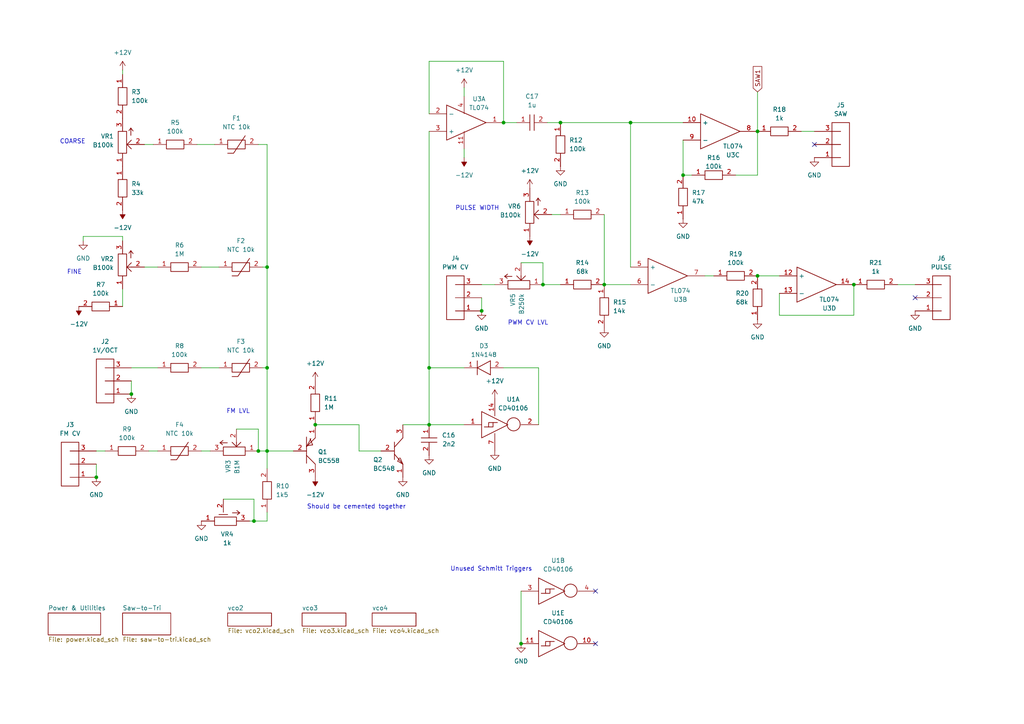
<source format=kicad_sch>
(kicad_sch (version 20250114) (generator "eeschema") (generator_version "9.0")
  (paper "A4")
  (lib_symbols
    (symbol "V_Connector:CONN_3"
      (property "Reference" "J" (at -5.08 11.43 0))
      (property "Value" "CONN_3" (at -5.08 8.89 0))
      (symbol "CONN_3_0_0"
        (rectangle (start 0 6.35) (end 5.08 -6.35) (stroke (width 0.2032)))
      )
      (symbol "CONN_3_1_0"
        (pin unspecified line (at -5.08 3.81 0) (length 7.62) (name "~") (number "1"))
        (pin unspecified line (at -5.08 0 0) (length 7.62) (name "~") (number "2"))
        (pin unspecified line (at -5.08 -3.81 0) (length 7.62) (name "~") (number "3"))
      )
    )
    (symbol "V_Diode:1N4148"
      (property "Reference" "D" (at -1.905 10.795 0))
      (property "Value" "1N4148" (at -1.905 8.255 0))
      (symbol "1N4148_0_0"
        (polyline (pts (xy -2.032 2.54) (xy 2.032 2.54)) (stroke (width 0.2032)))
        (polyline (pts (xy -2.032 -1.27) (xy 2.032 -1.27)) (stroke (width 0.2032)))
        (polyline (pts (xy 0 -1.27) (xy -2.032 2.54)) (stroke (width 0.2032)))
        (polyline (pts (xy 2.032 2.54) (xy 0 -1.27)) (stroke (width 0.2032)))
      )
      (symbol "1N4148_1_0"
        (pin unspecified line (at 0 6.35 270) (length 3.81) (name "~") (number "2"))
        (pin unspecified line (at 0 -5.08 90) (length 3.81) (name "~") (number "1"))
      )
    )
    (symbol "V_Linear:TL074,_TL084,_LF347_ETC"
      (property "Reference" "U" (at -10.795 12.7 0))
      (property "Value" "TL074,_TL084,_LF347_ETC" (at -10.795 10.16 0))
      (symbol "TL074,_TL084,_LF347_ETC_0_0"
        (polyline (pts (xy -6.35 5.08) (xy 5.08 0) (xy -6.35 -5.08) (xy -6.35 5.08)) (stroke (width 0.2032)))
      )
      (symbol "TL074,_TL084,_LF347_ETC_1_0"
        (pin unspecified line (at -11.43 2.54 0) (length 5.08) (name "-") (number "2"))
        (pin unspecified line (at -11.43 -2.54 0) (length 5.08) (name "+") (number "3"))
        (pin power_in line (at -1.27 7.62 270) (length 5.08) (name "~") (number "4"))
        (pin power_in line (at -1.27 -7.62 90) (length 5.08) (name "~") (number "11"))
        (pin unspecified line (at 10.16 0 180) (length 5.08) (name "~") (number "1"))
      )
      (symbol "TL074,_TL084,_LF347_ETC_2_0"
        (pin unspecified line (at -11.43 2.54 0) (length 5.08) (name "-") (number "6"))
        (pin unspecified line (at -11.43 -2.54 0) (length 5.08) (name "+") (number "5"))
        (pin unspecified line (at 10.16 0 180) (length 5.08) (name "~") (number "7"))
      )
      (symbol "TL074,_TL084,_LF347_ETC_3_0"
        (pin unspecified line (at -11.43 2.54 0) (length 5.08) (name "-") (number "9"))
        (pin unspecified line (at -11.43 -2.54 0) (length 5.08) (name "+") (number "10"))
        (pin unspecified line (at 10.16 0 180) (length 5.08) (name "~") (number "8"))
      )
      (symbol "TL074,_TL084,_LF347_ETC_4_0"
        (pin unspecified line (at -11.43 2.54 0) (length 5.08) (name "-") (number "13"))
        (pin unspecified line (at -11.43 -2.54 0) (length 5.08) (name "+") (number "12"))
        (pin unspecified line (at 10.16 0 180) (length 5.08) (name "~") (number "14"))
      )
    )
    (symbol "V_Logic:CD40106"
      (property "Reference" "U" (at -10.795 12.7 0))
      (property "Value" "CD40106" (at -10.795 10.16 0))
      (symbol "CD40106_0_0"
        (polyline (pts (xy -6.35 3.81) (xy -6.35 -3.81) (xy 1.27 0) (xy -6.35 3.81)) (stroke (width 0.2032)))
        (polyline (pts (xy -4.318 -0.635) (xy -4.318 0.635) (xy -1.778 0.635)) (stroke (width 0.2032)))
        (polyline (pts (xy -3.048 0.635) (xy -3.048 -0.635) (xy -5.588 -0.635)) (stroke (width 0.2032)))
        (circle (center 2.921 0.127) (radius 1.905) (stroke (width 0.2032)))
      )
      (symbol "CD40106_1_0"
        (pin unspecified line (at -11.43 0 0) (length 5.08) (name "~") (number "1"))
        (pin unspecified line (at -2.54 7.62 270) (length 5.08) (name "~") (number "14"))
        (pin unspecified line (at -2.54 -7.62 90) (length 5.08) (name "~") (number "7"))
        (pin unspecified line (at 10.16 0 180) (length 5.08) (name "~") (number "2"))
      )
      (symbol "CD40106_2_0"
        (pin unspecified line (at -11.43 0 0) (length 5.08) (name "~") (number "3"))
        (pin unspecified line (at 10.16 0 180) (length 5.08) (name "~") (number "4"))
      )
      (symbol "CD40106_3_0"
        (pin unspecified line (at -11.43 0 0) (length 5.08) (name "~") (number "5"))
        (pin unspecified line (at 10.16 0 180) (length 5.08) (name "~") (number "6"))
      )
      (symbol "CD40106_4_0"
        (pin unspecified line (at -11.43 0 0) (length 5.08) (name "~") (number "9"))
        (pin unspecified line (at 10.16 0 180) (length 5.08) (name "~") (number "8"))
      )
      (symbol "CD40106_5_0"
        (pin unspecified line (at -11.43 0 0) (length 5.08) (name "~") (number "11"))
        (pin unspecified line (at 10.16 0 180) (length 5.08) (name "~") (number "10"))
      )
      (symbol "CD40106_6_0"
        (pin unspecified line (at -11.43 0 0) (length 5.08) (name "~") (number "13"))
        (pin unspecified line (at 10.16 0 180) (length 5.08) (name "~") (number "12"))
      )
    )
    (symbol "V_Passive:C"
      (property "Reference" "C" (at -2.54 9.525 0))
      (property "Value" "C" (at -2.54 6.985 0))
      (symbol "C_0_0"
        (polyline (pts (xy -2.286 1.27) (xy 2.286 1.27)) (stroke (width 0.2032)))
        (polyline (pts (xy -2.286 0) (xy 2.286 0)) (stroke (width 0.2032)))
      )
      (symbol "C_1_0"
        (pin unspecified line (at 0 5.08 270) (length 3.81) (name "~") (number "1"))
        (pin unspecified line (at 0 -3.81 90) (length 3.81) (name "~") (number "2"))
      )
    )
    (symbol "V_Passive:MOV"
      (property "Reference" "F" (at -2.54 11.43 0))
      (property "Value" "MOV" (at -2.54 8.89 0))
      (symbol "MOV_0_0"
        (polyline (pts (xy -2.54 2.54) (xy -2.54 0.8382) (xy 2.54 -2.54)) (stroke (width 0.2032)))
        (rectangle (start -1.27 2.54) (end 1.27 -2.54) (stroke (width 0.2032)))
      )
      (symbol "MOV_1_0"
        (pin unspecified line (at 0 6.35 270) (length 3.81) (name "~") (number "1"))
        (pin unspecified line (at 0 -6.35 90) (length 3.81) (name "~") (number "2"))
      )
    )
    (symbol "V_Passive:R"
      (property "Reference" "R" (at -1.27 11.43 0))
      (property "Value" "R" (at -1.27 8.89 0))
      (symbol "R_0_0"
        (rectangle (start -1.27 2.54) (end 1.27 -2.54) (stroke (width 0.2032)))
      )
      (symbol "R_1_0"
        (pin unspecified line (at 0 6.35 270) (length 3.81) (name "~") (number "1"))
        (pin unspecified line (at 0 -6.35 90) (length 3.81) (name "~") (number "2"))
      )
    )
    (symbol "V_Passive:RT"
      (property "Reference" "VR" (at -3.81 12.065 0))
      (property "Value" "RT" (at -3.81 9.525 0))
      (symbol "RT_0_0"
        (polyline (pts (xy 0.1524 4.7752) (xy 0.7112 4.0132)) (stroke (width 0.2032)))
        (polyline (pts (xy 0.1524 2.6416) (xy 0.1524 4.7752) (xy -0.508 3.9116)) (stroke (width 0.2032)))
        (polyline (pts (xy 0.6604 -1.27) (xy 0.6604 1.27)) (stroke (width 0.2032)))
        (rectangle (start 1.3716 3.81) (end 3.81 -2.54) (stroke (width 0.2032)))
      )
      (symbol "RT_1_0"
        (pin unspecified line (at -3.81 0 0) (length 3.81) (name "~") (number "2"))
        (pin unspecified line (at 2.54 7.62 270) (length 3.81) (name "~") (number "3"))
        (pin unspecified line (at 2.54 -6.35 90) (length 3.81) (name "~") (number "1"))
      )
    )
    (symbol "V_Passive:RV"
      (property "Reference" "VR" (at -3.81 12.065 0))
      (property "Value" "RV" (at -3.81 9.525 0))
      (symbol "RV_0_0"
        (polyline (pts (xy 0 1.27) (xy 1.27 0) (xy 0 -1.27)) (stroke (width 0.2032)))
        (polyline (pts (xy 0 0) (xy 1.27 0)) (stroke (width 0.2032)))
        (polyline (pts (xy 0.1524 4.7752) (xy 0.7112 4.0132)) (stroke (width 0.2032)))
        (polyline (pts (xy 0.1524 2.6416) (xy 0.1524 4.7752) (xy -0.508 3.9116)) (stroke (width 0.2032)))
        (rectangle (start 1.3716 3.81) (end 3.81 -2.54) (stroke (width 0.2032)))
      )
      (symbol "RV_1_0"
        (pin unspecified line (at -3.81 0 0) (length 3.81) (name "~") (number "2"))
        (pin unspecified line (at 2.54 7.62 270) (length 3.81) (name "~") (number "3"))
        (pin unspecified line (at 2.54 -6.35 90) (length 3.81) (name "~") (number "1"))
      )
    )
    (symbol "V_Transistor:BC547{brace}slash}BC548{brace}slash}BC549"
      (property "Reference" "Q" (at -7.62 8.255 0))
      (property "Value" "BC547{brace}slash}BC548{brace}slash}BC549" (at -7.62 5.715 0))
      (symbol "BC547{brace}slash}BC548{brace}slash}BC549_0_0"
        (polyline (pts (xy -2.5908 1.3716) (xy 2.4892 1.3716)) (stroke (width 0.2032)))
        (polyline (pts (xy -1.1684 1.4224) (xy -3.81 3.81)) (stroke (width 0.2032)))
        (polyline (pts (xy 0.9652 1.4224) (xy 3.81 3.81)) (stroke (width 0.2032)))
        (polyline (pts (xy 2.032 3.048) (xy 3.81 3.81)) (stroke (width 0.2032)))
        (polyline (pts (xy 2.032 2.794) (xy 3.048 2.286)) (stroke (width 0.2032)))
        (polyline (pts (xy 3.048 2.54) (xy 3.81 3.81)) (stroke (width 0.2032)))
      )
      (symbol "BC547{brace}slash}BC548{brace}slash}BC549_1_0"
        (pin unspecified line (at -7.62 3.81 0) (length 3.81) (name "~") (number "3"))
        (pin unspecified line (at 0 -2.54 90) (length 3.81) (name "~") (number "2"))
        (pin unspecified line (at 7.62 3.81 180) (length 3.81) (name "~") (number "1"))
      )
    )
    (symbol "V_Transistor:BC557{brace}slash}BC558{brace}slash}BC559"
      (property "Reference" "Q" (at -7.62 8.255 0))
      (property "Value" "BC557{brace}slash}BC558{brace}slash}BC559" (at -7.62 5.715 0))
      (symbol "BC557{brace}slash}BC558{brace}slash}BC559_0_0"
        (polyline (pts (xy -3.556 1.27) (xy 4.064 1.27)) (stroke (width 0.2032)))
        (polyline (pts (xy -1.27 1.27) (xy -3.81 3.81)) (stroke (width 0.2032)))
        (polyline (pts (xy 1.27 1.27) (xy 3.81 3.81)) (stroke (width 0.2032)))
        (polyline (pts (xy 1.778 3.048) (xy 1.524 1.27)) (stroke (width 0.2032)))
        (polyline (pts (xy 1.778 3.048) (xy 3.556 2.286)) (stroke (width 0.2032)))
        (polyline (pts (xy 3.556 2.54) (xy 1.27 1.27)) (stroke (width 0.2032)))
      )
      (symbol "BC557{brace}slash}BC558{brace}slash}BC559_1_0"
        (pin unspecified line (at -7.62 3.81 0) (length 3.81) (name "~") (number "3"))
        (pin unspecified line (at 0 -2.54 90) (length 3.81) (name "~") (number "2"))
        (pin unspecified line (at 7.62 3.81 180) (length 3.81) (name "~") (number "1"))
      )
    )
    (symbol "power:+15V" (power) (pin_numbers (hide yes)) (pin_names (offset 0) (hide yes))
      (property "Value" "+15V" (at 0 3.556 0))
      (symbol "+15V_0_1"
        (polyline (pts (xy -0.762 1.27) (xy 0 2.54)))
        (polyline (pts (xy 0 2.54) (xy 0.762 1.27)))
        (polyline (pts (xy 0 0) (xy 0 2.54)))
      )
      (symbol "+15V_1_1"
        (pin power_in line (at 0 0 90) (length 0) (name "~") (number "1"))
      )
    )
    (symbol "power:-15V" (power) (pin_numbers (hide yes)) (pin_names (offset 0) (hide yes))
      (property "Value" "-15V" (at 0 3.556 0))
      (symbol "-15V_0_0"
        (pin power_in line (at 0 0 90) (length 0) (name "~") (number "1"))
      )
      (symbol "-15V_0_1"
        (polyline (pts (xy 0 0) (xy 0 1.27) (xy 0.762 1.27) (xy 0 2.54) (xy -0.762 1.27) (xy 0 1.27)) (fill (type outline)))
      )
    )
    (symbol "power:GND" (power) (pin_numbers (hide yes)) (pin_names (offset 0) (hide yes))
      (property "Value" "GND" (at 0 -3.81 0))
      (symbol "GND_0_1"
        (polyline (pts (xy 0 0) (xy 0 -1.27) (xy 1.27 -1.27) (xy 0 -2.54) (xy -1.27 -1.27) (xy 0 -1.27)))
      )
      (symbol "GND_1_1"
        (pin power_in line (at 0 0 270) (length 0) (name "~") (number "1"))
      )
    )
  )
  (text "FINE" (at 21.59 78.994 0) (effects (font (size 1.27 1.27))))
  (text "COARSE\n" (at 21.082 41.148 0) (effects (font (size 1.27 1.27))))
  (text "FM LVL" (at 69.088 119.38 0) (effects (font (size 1.27 1.27))))
  (text "Should be cemented together" (at 103.378 147.066 0) (effects (font (size 1.27 1.27))))
  (text "PWM CV LVL" (at 153.162 93.726 0) (effects (font (size 1.27 1.27))))
  (text "PULSE WIDTH\n" (at 138.43 60.452 0) (effects (font (size 1.27 1.27))))
  (text "Unused Schmitt Triggers" (at 142.494 165.1 0) (effects (font (size 1.27 1.27))))
  (junction (at 124.46 123.19))
  (junction (at 157.48 82.55))
  (junction (at 151.13 186.69))
  (junction (at 77.47 106.68))
  (junction (at 27.94 138.43))
  (junction (at 219.71 80.01))
  (junction (at 182.88 35.56))
  (junction (at 73.66 151.13))
  (junction (at 219.71 38.1))
  (junction (at 77.47 130.81))
  (junction (at 175.26 82.55))
  (junction (at 247.65 82.55))
  (junction (at 124.46 106.68))
  (junction (at 38.1 114.3))
  (junction (at 91.44 123.19))
  (junction (at 146.05 35.56))
  (junction (at 77.47 77.47))
  (junction (at 139.7 90.17))
  (junction (at 198.12 50.8))
  (junction (at 74.93 130.81))
  (junction (at 162.56 35.56))
  (no_connect (at 172.72 186.69))
  (no_connect (at 236.22 41.91))
  (no_connect (at 172.72 171.45))
  (no_connect (at 265.43 86.36))
  (wire (pts (xy 38.1 106.68) (xy 45.72 106.68)))
  (wire (pts (xy 204.47 80.01) (xy 207.01 80.01)))
  (wire (pts (xy 158.75 35.56) (xy 162.56 35.56)))
  (wire (pts (xy 198.12 40.64) (xy 198.12 50.8)))
  (wire (pts (xy 72.39 151.13) (xy 73.66 151.13)))
  (wire (pts (xy 175.26 62.23) (xy 175.26 82.55)))
  (wire (pts (xy 44.45 41.91) (xy 41.91 41.91)))
  (wire (pts (xy 77.47 130.81) (xy 77.47 106.68)))
  (wire (pts (xy 232.41 38.1) (xy 236.22 38.1)))
  (wire (pts (xy 41.91 77.47) (xy 45.72 77.47)))
  (wire (pts (xy 35.56 68.58) (xy 35.56 69.85)))
  (wire (pts (xy 124.46 17.78) (xy 146.05 17.78)))
  (wire (pts (xy 35.56 21.59) (xy 35.56 20.32)))
  (wire (pts (xy 74.93 130.81) (xy 77.47 130.81)))
  (wire (pts (xy 182.88 35.56) (xy 198.12 35.56)))
  (wire (pts (xy 219.71 26.67) (xy 219.71 38.1)))
  (wire (pts (xy 77.47 77.47) (xy 76.2 77.47)))
  (wire (pts (xy 134.62 25.4) (xy 134.62 27.94)))
  (wire (pts (xy 116.84 123.19) (xy 124.46 123.19)))
  (wire (pts (xy 58.42 106.68) (xy 63.5 106.68)))
  (wire (pts (xy 260.35 82.55) (xy 265.43 82.55)))
  (wire (pts (xy 226.06 91.44) (xy 247.65 91.44)))
  (wire (pts (xy 73.66 144.78) (xy 73.66 151.13)))
  (wire (pts (xy 35.56 83.82) (xy 35.56 88.9)))
  (wire (pts (xy 157.48 76.2) (xy 157.48 82.55)))
  (wire (pts (xy 151.13 76.2) (xy 157.48 76.2)))
  (wire (pts (xy 160.02 62.23) (xy 162.56 62.23)))
  (wire (pts (xy 57.15 41.91) (xy 62.23 41.91)))
  (wire (pts (xy 139.7 82.55) (xy 143.51 82.55)))
  (wire (pts (xy 134.62 106.68) (xy 124.46 106.68)))
  (wire (pts (xy 64.77 144.78) (xy 73.66 144.78)))
  (wire (pts (xy 146.05 17.78) (xy 146.05 35.56)))
  (wire (pts (xy 157.48 82.55) (xy 162.56 82.55)))
  (wire (pts (xy 77.47 106.68) (xy 76.2 106.68)))
  (wire (pts (xy 146.05 35.56) (xy 149.86 35.56)))
  (wire (pts (xy 68.58 124.46) (xy 74.93 124.46)))
  (wire (pts (xy 27.94 130.81) (xy 30.48 130.81)))
  (wire (pts (xy 124.46 38.1) (xy 124.46 106.68)))
  (wire (pts (xy 77.47 130.81) (xy 77.47 135.89)))
  (wire (pts (xy 219.71 50.8) (xy 219.71 38.1)))
  (wire (pts (xy 213.36 50.8) (xy 219.71 50.8)))
  (wire (pts (xy 162.56 35.56) (xy 182.88 35.56)))
  (wire (pts (xy 198.12 50.8) (xy 200.66 50.8)))
  (wire (pts (xy 58.42 77.47) (xy 63.5 77.47)))
  (wire (pts (xy 43.18 130.81) (xy 45.72 130.81)))
  (wire (pts (xy 104.14 123.19) (xy 104.14 130.81)))
  (wire (pts (xy 77.47 151.13) (xy 77.47 148.59)))
  (wire (pts (xy 124.46 123.19) (xy 134.62 123.19)))
  (wire (pts (xy 124.46 106.68) (xy 124.46 123.19)))
  (wire (pts (xy 77.47 41.91) (xy 77.47 77.47)))
  (wire (pts (xy 77.47 130.81) (xy 85.09 130.81)))
  (wire (pts (xy 175.26 82.55) (xy 182.88 82.55)))
  (wire (pts (xy 139.7 86.36) (xy 139.7 90.17)))
  (wire (pts (xy 156.21 106.68) (xy 146.05 106.68)))
  (wire (pts (xy 182.88 35.56) (xy 182.88 77.47)))
  (wire (pts (xy 58.42 130.81) (xy 60.96 130.81)))
  (wire (pts (xy 219.71 80.01) (xy 226.06 80.01)))
  (wire (pts (xy 24.13 69.85) (xy 24.13 68.58)))
  (wire (pts (xy 91.44 123.19) (xy 104.14 123.19)))
  (wire (pts (xy 156.21 123.19) (xy 156.21 106.68)))
  (wire (pts (xy 247.65 91.44) (xy 247.65 82.55)))
  (wire (pts (xy 74.93 41.91) (xy 77.47 41.91)))
  (wire (pts (xy 151.13 171.45) (xy 151.13 186.69)))
  (wire (pts (xy 27.94 134.62) (xy 27.94 138.43)))
  (wire (pts (xy 226.06 85.09) (xy 226.06 91.44)))
  (wire (pts (xy 73.66 151.13) (xy 77.47 151.13)))
  (wire (pts (xy 124.46 33.02) (xy 124.46 17.78)))
  (wire (pts (xy 74.93 124.46) (xy 74.93 130.81)))
  (wire (pts (xy 77.47 77.47) (xy 77.47 106.68)))
  (wire (pts (xy 134.62 43.18) (xy 134.62 45.72)))
  (wire (pts (xy 38.1 110.49) (xy 38.1 114.3)))
  (wire (pts (xy 104.14 130.81) (xy 110.49 130.81)))
  (wire (pts (xy 24.13 68.58) (xy 35.56 68.58)))
  (global_label "SAW1" (shape input) (at 219.71 26.67 90) (property "Intersheetrefs" "${INTERSHEET_REFS}" (effects (hide yes))))
  (symbol (lib_id "V_Connector:CONN_3") (at 22.86 134.62 180) (unit 1)
    (property "Reference" "J3" (at 20.32 123.19 0))
    (property "Value" "FM CV" (at 20.32 125.73 0))
    (property "Footprint" "THONK" (effects (hide yes)))
  )
  (symbol (lib_id "V_Linear:TL074,_TL084,_LF347_ETC") (at 209.55 38.1 0) (mirror x) (unit 3)
    (property "Reference" "U3" (at 212.598 44.958 0))
    (property "Value" "TL074" (at 212.598 42.418 0))
    (property "Footprint" "DIP14" (effects (hide yes)))
  )
  (symbol (lib_id "V_Connector:CONN_3") (at 33.02 110.49 180) (unit 1)
    (property "Reference" "J2" (at 30.48 99.06 0))
    (property "Value" "1V/OCT" (at 30.48 101.6 0))
    (property "Footprint" "THONK" (effects (hide yes)))
  )
  (symbol (lib_id "power:-15V") (at 22.86 88.9 180) (unit 1)
    (property "Reference" "#PWR013" (effects (hide yes)))
    (property "Value" "-12V" (at 22.86 93.98 0))
    (property "Description" "Power symbol creates a global label with name \"-15V\"" (effects (hide yes)))
  )
  (symbol (lib_id "power:+15V") (at 91.44 110.49 0) (unit 1)
    (property "Reference" "#PWR021" (effects (hide yes)))
    (property "Value" "+12V" (at 91.44 105.41 0))
    (property "Description" "Power symbol creates a global label with name \"+15V\"" (effects (hide yes)))
  )
  (symbol (lib_id "V_Transistor:BC557{brace}slash}BC558{brace}slash}BC559") (at 87.63 130.81 270) (mirror x) (unit 1)
    (property "Reference" "Q1" (at 92.202 131.064 90) (effects (justify left)))
    (property "Value" "BC558" (at 92.202 133.604 90) (effects (justify left)))
    (property "Footprint" "TO92" (effects (hide yes)))
  )
  (symbol (lib_id "power:GND") (at 116.84 138.43 0) (unit 1)
    (property "Reference" "#PWR018" (effects (hide yes)))
    (property "Value" "GND" (at 116.84 143.51 0))
    (property "Description" "Power symbol creates a global label with name \"GND\" , ground" (effects (hide yes)))
  )
  (symbol (lib_id "V_Passive:MOV") (at 68.58 41.91 90) (unit 1)
    (property "Reference" "F1" (at 68.58 34.29 90))
    (property "Value" "NTC 10k" (at 68.58 36.83 90))
    (property "Footprint" "AX3_1" (effects (hide yes)))
  )
  (symbol (lib_id "V_Linear:TL074,_TL084,_LF347_ETC") (at 135.89 35.56 0) (unit 1)
    (property "Reference" "U3" (at 138.938 28.702 0))
    (property "Value" "TL074" (at 138.938 31.242 0))
    (property "Footprint" "DIP14" (effects (hide yes)))
  )
  (symbol (lib_id "V_Passive:RV") (at 156.21 62.23 0) (mirror y) (unit 1)
    (property "Reference" "VR6" (at 151.13 59.8423 0) (effects (justify left)))
    (property "Value" "B100k" (at 151.13 62.3823 0) (effects (justify left)))
    (property "Footprint" "POT6_5" (effects (hide yes)))
  )
  (symbol (lib_id "V_Passive:R") (at 52.07 77.47 90) (unit 1)
    (property "Reference" "R6" (at 52.07 71.12 90))
    (property "Value" "1M" (at 52.07 73.66 90))
    (property "Footprint" "AX3_1" (effects (hide yes)))
  )
  (symbol (lib_id "power:GND") (at 124.46 132.08 0) (unit 1)
    (property "Reference" "#PWR024" (effects (hide yes)))
    (property "Value" "GND" (at 124.46 137.16 0))
    (property "Description" "Power symbol creates a global label with name \"GND\" , ground" (effects (hide yes)))
  )
  (symbol (lib_id "V_Passive:R") (at 77.47 142.24 180) (unit 1)
    (property "Reference" "R10" (at 80.01 140.9699 0) (effects (justify right)))
    (property "Value" "1k5" (at 80.01 143.5099 0) (effects (justify right)))
    (property "Footprint" "AX3_1" (effects (hide yes)))
  )
  (symbol (lib_id "power:GND") (at 58.42 151.13 0) (unit 1)
    (property "Reference" "#PWR016" (effects (hide yes)))
    (property "Value" "GND" (at 58.42 156.21 0))
    (property "Description" "Power symbol creates a global label with name \"GND\" , ground" (effects (hide yes)))
  )
  (symbol (lib_id "V_Passive:RV") (at 38.1 77.47 0) (mirror y) (unit 1)
    (property "Reference" "VR2" (at 33.02 75.0823 0) (effects (justify left)))
    (property "Value" "B100k" (at 33.02 77.6223 0) (effects (justify left)))
    (property "Footprint" "POT6_5" (effects (hide yes)))
  )
  (symbol (lib_id "power:GND") (at 162.56 48.26 0) (unit 1)
    (property "Reference" "#PWR028" (effects (hide yes)))
    (property "Value" "GND" (at 162.56 53.34 0))
    (property "Description" "Power symbol creates a global label with name \"GND\" , ground" (effects (hide yes)))
  )
  (symbol (lib_id "V_Connector:CONN_3") (at 241.3 41.91 0) (mirror x) (unit 1)
    (property "Reference" "J5" (at 243.84 30.48 0))
    (property "Value" "SAW" (at 243.84 33.02 0))
    (property "Footprint" "THONK" (effects (hide yes)))
  )
  (symbol (lib_id "power:GND") (at 143.51 130.81 0) (unit 1)
    (property "Reference" "#PWR023" (effects (hide yes)))
    (property "Value" "GND" (at 143.51 135.89 0))
    (property "Description" "Power symbol creates a global label with name \"GND\" , ground" (effects (hide yes)))
  )
  (symbol (lib_id "V_Passive:R") (at 213.36 80.01 90) (unit 1)
    (property "Reference" "R19" (at 213.36 73.66 90))
    (property "Value" "100k" (at 213.36 76.2 90))
    (property "Footprint" "AX3_1" (effects (hide yes)))
  )
  (symbol (lib_id "V_Connector:CONN_3") (at 134.62 86.36 180) (unit 1)
    (property "Reference" "J4" (at 132.08 74.93 0))
    (property "Value" "PWM CV" (at 132.08 77.47 0))
    (property "Footprint" "THONK" (effects (hide yes)))
  )
  (symbol (lib_id "V_Passive:R") (at 198.12 57.15 180) (unit 1)
    (property "Reference" "R17" (at 200.66 55.8799 0) (effects (justify right)))
    (property "Value" "47k" (at 200.66 58.4199 0) (effects (justify right)))
    (property "Footprint" "AX3_1" (effects (hide yes)))
  )
  (symbol (lib_id "V_Passive:R") (at 219.71 86.36 180) (unit 1)
    (property "Reference" "R20" (at 213.36 85.09 0) (effects (justify right)))
    (property "Value" "68k" (at 213.36 87.63 0) (effects (justify right)))
    (property "Footprint" "AX3_1" (effects (hide yes)))
  )
  (symbol (lib_id "V_Passive:C") (at 154.94 35.56 90) (unit 1)
    (property "Reference" "C17" (at 154.305 27.94 90))
    (property "Value" "1u" (at 154.305 30.48 90))
    (property "Footprint" "BOX1_3" (effects (hide yes)))
  )
  (symbol (lib_id "power:GND") (at 27.94 138.43 0) (unit 1)
    (property "Reference" "#PWR015" (effects (hide yes)))
    (property "Value" "GND" (at 27.94 143.51 0))
    (property "Description" "Power symbol creates a global label with name \"GND\" , ground" (effects (hide yes)))
  )
  (symbol (lib_id "V_Passive:RV") (at 68.58 128.27 90) (mirror x) (unit 1)
    (property "Reference" "VR3" (at 66.1923 133.35 0) (effects (justify left)))
    (property "Value" "B1M" (at 68.7323 133.35 0) (effects (justify left)))
    (property "Footprint" "POT6_5" (effects (hide yes)))
  )
  (symbol (lib_id "V_Transistor:BC547{brace}slash}BC548{brace}slash}BC549") (at 113.03 130.81 270) (unit 1)
    (property "Reference" "Q2" (at 108.204 133.35 90) (effects (justify left)))
    (property "Value" "BC548" (at 108.204 135.89 90) (effects (justify left)))
    (property "Footprint" "TO92" (effects (hide yes)))
  )
  (symbol (lib_id "V_Passive:MOV") (at 69.85 106.68 90) (unit 1)
    (property "Reference" "F3" (at 69.85 99.06 90))
    (property "Value" "NTC 10k" (at 69.85 101.6 90))
    (property "Footprint" "AX3_1" (effects (hide yes)))
  )
  (symbol (lib_id "V_Passive:R") (at 35.56 54.61 0) (unit 1)
    (property "Reference" "R4" (at 38.1 53.3399 0) (effects (justify left)))
    (property "Value" "33k" (at 38.1 55.8799 0) (effects (justify left)))
    (property "Footprint" "AX3_1" (effects (hide yes)))
  )
  (symbol (lib_id "V_Passive:R") (at 175.26 88.9 0) (unit 1)
    (property "Reference" "R15" (at 177.8 87.6299 0) (effects (justify left)))
    (property "Value" "14k" (at 177.8 90.1699 0) (effects (justify left)))
    (property "Footprint" "AX3_1" (effects (hide yes)))
  )
  (symbol (lib_id "V_Passive:R") (at 254 82.55 90) (unit 1)
    (property "Reference" "R21" (at 254 76.2 90))
    (property "Value" "1k" (at 254 78.74 90))
    (property "Footprint" "AX3_1" (effects (hide yes)))
  )
  (symbol (lib_id "power:-15V") (at 35.56 60.96 180) (unit 1)
    (property "Reference" "#PWR011" (effects (hide yes)))
    (property "Value" "-12V" (at 35.56 66.04 0))
    (property "Description" "Power symbol creates a global label with name \"-15V\"" (effects (hide yes)))
  )
  (symbol (lib_id "V_Passive:R") (at 36.83 130.81 90) (unit 1)
    (property "Reference" "R9" (at 36.83 124.46 90))
    (property "Value" "100k" (at 36.83 127 90))
    (property "Footprint" "AX3_1" (effects (hide yes)))
  )
  (symbol (lib_id "V_Passive:R") (at 162.56 41.91 0) (unit 1)
    (property "Reference" "R12" (at 165.1 40.6399 0) (effects (justify left)))
    (property "Value" "100k" (at 165.1 43.1799 0) (effects (justify left)))
    (property "Footprint" "AX3_1" (effects (hide yes)))
  )
  (symbol (lib_id "V_Logic:CD40106") (at 162.56 186.69 0) (unit 5)
    (property "Reference" "U1" (at 161.8742 177.8 0))
    (property "Value" "CD40106" (at 161.8742 180.34 0))
    (property "Footprint" "DIP14" (effects (hide yes)))
  )
  (symbol (lib_id "V_Linear:TL074,_TL084,_LF347_ETC") (at 237.49 82.55 0) (mirror x) (unit 4)
    (property "Reference" "U3" (at 240.538 89.408 0))
    (property "Value" "TL074" (at 240.538 86.868 0))
    (property "Footprint" "DIP14" (effects (hide yes)))
  )
  (symbol (lib_id "V_Logic:CD40106") (at 146.05 123.19 0) (unit 1)
    (property "Reference" "U1" (at 148.844 115.824 0))
    (property "Value" "CD40106" (at 148.844 118.364 0))
    (property "Footprint" "DIP14" (effects (hide yes)))
  )
  (symbol (lib_id "V_Passive:RV") (at 38.1 41.91 0) (mirror y) (unit 1)
    (property "Reference" "VR1" (at 33.02 39.5223 0) (effects (justify left)))
    (property "Value" "B100k" (at 33.02 42.0623 0) (effects (justify left)))
    (property "Footprint" "POT5_5" (effects (hide yes)))
  )
  (symbol (lib_id "V_Passive:R") (at 226.06 38.1 90) (unit 1)
    (property "Reference" "R18" (at 226.06 31.75 90))
    (property "Value" "1k" (at 226.06 34.29 90))
    (property "Footprint" "AX3_1" (effects (hide yes)))
  )
  (symbol (lib_id "power:-15V") (at 134.62 45.72 180) (unit 1)
    (property "Reference" "#PWR09" (effects (hide yes)))
    (property "Value" "-12V" (at 134.62 50.8 0))
    (property "Description" "Power symbol creates a global label with name \"-15V\"" (effects (hide yes)))
  )
  (symbol (lib_id "V_Passive:R") (at 50.8 41.91 90) (unit 1)
    (property "Reference" "R5" (at 50.8 35.56 90))
    (property "Value" "100k" (at 50.8 38.1 90))
    (property "Footprint" "AX3_1" (effects (hide yes)))
  )
  (symbol (lib_id "power:+15V") (at 153.67 54.61 0) (unit 1)
    (property "Reference" "#PWR026" (effects (hide yes)))
    (property "Value" "+12V" (at 153.67 49.53 0))
    (property "Description" "Power symbol creates a global label with name \"+15V\"" (effects (hide yes)))
  )
  (symbol (lib_id "power:GND") (at 175.26 95.25 0) (unit 1)
    (property "Reference" "#PWR029" (effects (hide yes)))
    (property "Value" "GND" (at 175.26 100.33 0))
    (property "Description" "Power symbol creates a global label with name \"GND\" , ground" (effects (hide yes)))
  )
  (symbol (lib_id "power:-15V") (at 91.44 138.43 180) (unit 1)
    (property "Reference" "#PWR017" (effects (hide yes)))
    (property "Value" "-12V" (at 91.44 143.51 0))
    (property "Description" "Power symbol creates a global label with name \"-15V\"" (effects (hide yes)))
  )
  (symbol (lib_id "power:+15V") (at 134.62 25.4 0) (unit 1)
    (property "Reference" "#PWR08" (effects (hide yes)))
    (property "Value" "+12V" (at 134.62 20.32 0))
    (property "Description" "Power symbol creates a global label with name \"+15V\"" (effects (hide yes)))
  )
  (symbol (lib_id "power:GND") (at 219.71 92.71 0) (unit 1)
    (property "Reference" "#PWR031" (effects (hide yes)))
    (property "Value" "GND" (at 219.71 97.79 0))
    (property "Description" "Power symbol creates a global label with name \"GND\" , ground" (effects (hide yes)))
  )
  (symbol (lib_id "power:+15V") (at 143.51 115.57 0) (unit 1)
    (property "Reference" "#PWR022" (effects (hide yes)))
    (property "Value" "+12V" (at 143.51 110.49 0))
    (property "Description" "Power symbol creates a global label with name \"+15V\"" (effects (hide yes)))
  )
  (symbol (lib_id "V_Passive:R") (at 207.01 50.8 90) (unit 1)
    (property "Reference" "R16" (at 207.01 45.72 90))
    (property "Value" "100k" (at 207.01 48.26 90))
    (property "Footprint" "AX3_1" (effects (hide yes)))
  )
  (symbol (lib_id "V_Passive:RT") (at 64.77 148.59 270) (unit 1)
    (property "Reference" "VR4" (at 65.8876 154.94 90))
    (property "Value" "1k" (at 65.8876 157.48 90))
    (property "Footprint" "TRIM6" (effects (hide yes)))
  )
  (symbol (lib_id "power:GND") (at 198.12 63.5 0) (unit 1)
    (property "Reference" "#PWR030" (effects (hide yes)))
    (property "Value" "GND" (at 198.12 68.58 0))
    (property "Description" "Power symbol creates a global label with name \"GND\" , ground" (effects (hide yes)))
  )
  (symbol (lib_id "V_Passive:R") (at 168.91 62.23 90) (unit 1)
    (property "Reference" "R13" (at 168.91 55.88 90))
    (property "Value" "100k" (at 168.91 58.42 90))
    (property "Footprint" "AX3_1" (effects (hide yes)))
  )
  (symbol (lib_id "power:GND") (at 139.7 90.17 0) (unit 1)
    (property "Reference" "#PWR025" (effects (hide yes)))
    (property "Value" "GND" (at 139.7 95.25 0))
    (property "Description" "Power symbol creates a global label with name \"GND\" , ground" (effects (hide yes)))
  )
  (symbol (lib_id "V_Linear:TL074,_TL084,_LF347_ETC") (at 194.31 80.01 0) (mirror x) (unit 2)
    (property "Reference" "U3" (at 197.358 86.868 0))
    (property "Value" "TL074" (at 197.358 84.328 0))
    (property "Footprint" "DIP14" (effects (hide yes)))
  )
  (symbol (lib_id "V_Passive:R") (at 168.91 82.55 90) (unit 1)
    (property "Reference" "R14" (at 168.91 76.2 90))
    (property "Value" "68k" (at 168.91 78.74 90))
    (property "Footprint" "AX3_1" (effects (hide yes)))
  )
  (symbol (lib_id "power:+15V") (at 35.56 20.32 0) (unit 1)
    (property "Reference" "#PWR010" (effects (hide yes)))
    (property "Value" "+12V" (at 35.56 15.24 0))
    (property "Description" "Power symbol creates a global label with name \"+15V\"" (effects (hide yes)))
  )
  (symbol (lib_id "power:GND") (at 236.22 45.72 0) (unit 1)
    (property "Reference" "#PWR033" (effects (hide yes)))
    (property "Value" "GND" (at 236.22 50.8 0))
    (property "Description" "Power symbol creates a global label with name \"GND\" , ground" (effects (hide yes)))
  )
  (symbol (lib_id "V_Passive:R") (at 52.07 106.68 90) (unit 1)
    (property "Reference" "R8" (at 52.07 100.33 90))
    (property "Value" "100k" (at 52.07 102.87 90))
    (property "Footprint" "AX3_1" (effects (hide yes)))
  )
  (symbol (lib_id "V_Passive:MOV") (at 52.07 130.81 90) (unit 1)
    (property "Reference" "F4" (at 52.07 123.19 90))
    (property "Value" "NTC 10k" (at 52.07 125.73 90))
    (property "Footprint" "AX3_1" (effects (hide yes)))
  )
  (symbol (lib_id "V_Passive:RV") (at 151.13 80.01 90) (mirror x) (unit 1)
    (property "Reference" "VR5" (at 148.7423 85.09 0) (effects (justify left)))
    (property "Value" "B250k" (at 151.2823 85.09 0) (effects (justify left)))
    (property "Footprint" "POT6_5" (effects (hide yes)))
  )
  (symbol (lib_id "V_Connector:CONN_3") (at 270.51 86.36 0) (mirror x) (unit 1)
    (property "Reference" "J6" (at 273.05 74.93 0))
    (property "Value" "PULSE" (at 273.05 77.47 0))
    (property "Footprint" "THONK" (effects (hide yes)))
  )
  (symbol (lib_id "power:GND") (at 151.13 186.69 0) (unit 1)
    (property "Reference" "#PWR07" (effects (hide yes)))
    (property "Value" "GND" (at 151.13 191.77 0))
    (property "Description" "Power symbol creates a global label with name \"GND\" , ground" (effects (hide yes)))
  )
  (symbol (lib_id "power:GND") (at 38.1 114.3 0) (unit 1)
    (property "Reference" "#PWR014" (effects (hide yes)))
    (property "Value" "GND" (at 38.1 119.38 0))
    (property "Description" "Power symbol creates a global label with name \"GND\" , ground" (effects (hide yes)))
  )
  (symbol (lib_id "V_Passive:MOV") (at 69.85 77.47 90) (unit 1)
    (property "Reference" "F2" (at 69.85 69.85 90))
    (property "Value" "NTC 10k" (at 69.85 72.39 90))
    (property "Footprint" "AX3_1" (effects (hide yes)))
  )
  (symbol (lib_id "V_Passive:R") (at 91.44 116.84 180) (unit 1)
    (property "Reference" "R11" (at 93.98 115.5699 0) (effects (justify right)))
    (property "Value" "1M" (at 93.98 118.1099 0) (effects (justify right)))
    (property "Footprint" "AX3_1" (effects (hide yes)))
  )
  (symbol (lib_id "power:GND") (at 265.43 90.17 0) (unit 1)
    (property "Reference" "#PWR032" (effects (hide yes)))
    (property "Value" "GND" (at 265.43 95.25 0))
    (property "Description" "Power symbol creates a global label with name \"GND\" , ground" (effects (hide yes)))
  )
  (symbol (lib_id "V_Passive:R") (at 35.56 27.94 0) (unit 1)
    (property "Reference" "R3" (at 38.1 26.6699 0) (effects (justify left)))
    (property "Value" "100k" (at 38.1 29.2099 0) (effects (justify left)))
    (property "Footprint" "AX3_1" (effects (hide yes)))
  )
  (symbol (lib_id "power:-15V") (at 153.67 68.58 180) (unit 1)
    (property "Reference" "#PWR027" (effects (hide yes)))
    (property "Value" "-12V" (at 153.67 73.66 0))
    (property "Description" "Power symbol creates a global label with name \"-15V\"" (effects (hide yes)))
  )
  (symbol (lib_id "power:GND") (at 24.13 69.85 0) (unit 1)
    (property "Reference" "#PWR012" (effects (hide yes)))
    (property "Value" "GND" (at 24.13 74.93 0))
    (property "Description" "Power symbol creates a global label with name \"GND\" , ground" (effects (hide yes)))
  )
  (symbol (lib_id "V_Logic:CD40106") (at 162.56 171.45 0) (unit 2)
    (property "Reference" "U1" (at 161.8742 162.56 0))
    (property "Value" "CD40106" (at 161.8742 165.1 0))
    (property "Footprint" "DIP14" (effects (hide yes)))
  )
  (symbol (lib_id "V_Diode:1N4148") (at 139.7 106.68 270) (unit 1)
    (property "Reference" "D3" (at 140.335 100.33 90))
    (property "Value" "1N4148" (at 140.335 102.87 90))
    (property "Footprint" "AX2_1" (effects (hide yes)))
  )
  (symbol (lib_id "V_Passive:C") (at 124.46 128.27 0) (unit 1)
    (property "Reference" "C16" (at 132.08 126.238 0) (effects (justify right)))
    (property "Value" "2n2" (at 132.08 128.778 0) (effects (justify right)))
    (property "Footprint" "BOX1_3" (effects (hide yes)))
  )
  (symbol (lib_id "V_Passive:R") (at 29.21 88.9 270) (unit 1)
    (property "Reference" "R7" (at 29.21 82.55 90))
    (property "Value" "100k" (at 29.21 85.09 90))
    (property "Footprint" "AX3_1" (effects (hide yes)))
  )
  (sheet (at 66.04 177.8) (size 12.7 3.81) (stroke (width 0.1524))
    (property "Sheetname" "vco2" (at 66.04 177.0884 0) (effects (justify left bottom)))
    (property "Sheetfile" "vco2.kicad_sch" (at 66.04 182.1946 0) (effects (justify left top)))
  )
  (sheet (at 13.97 177.8) (size 15.24 6.35) (stroke (width 0.1524))
    (property "Sheetname" "Power & Utilities" (at 13.97 177.0884 0) (effects (justify left bottom)))
    (property "Sheetfile" "power.kicad_sch" (at 13.97 184.7346 0) (effects (justify left top)))
  )
  (sheet (at 87.63 177.8) (size 12.7 3.81) (stroke (width 0.1524))
    (property "Sheetname" "vco3" (at 87.63 177.0884 0) (effects (justify left bottom)))
    (property "Sheetfile" "vco3.kicad_sch" (at 87.63 182.1946 0) (effects (justify left top)))
  )
  (sheet (at 107.95 177.8) (size 12.7 3.81) (stroke (width 0.1524))
    (property "Sheetname" "vco4" (at 107.95 177.0884 0) (effects (justify left bottom)))
    (property "Sheetfile" "vco4.kicad_sch" (at 107.95 182.1946 0) (effects (justify left top)))
  )
  (sheet (at 35.56 177.8) (size 13.97 6.35) (stroke (width 0.1524))
    (property "Sheetname" "Saw-to-Tri" (at 35.56 177.0884 0) (effects (justify left bottom)))
    (property "Sheetfile" "saw-to-tri.kicad_sch" (at 35.56 184.7346 0) (effects (justify left top)))
  )
)
</source>
